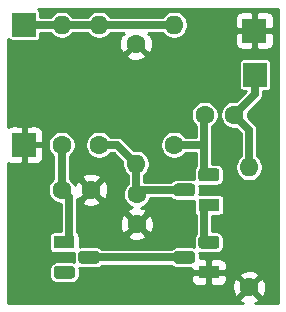
<source format=gbr>
G04 #@! TF.GenerationSoftware,KiCad,Pcbnew,(5.1.10)-1*
G04 #@! TF.CreationDate,2021-10-02T08:22:26-04:00*
G04 #@! TF.ProjectId,NoiseGen,4e6f6973-6547-4656-9e2e-6b696361645f,2*
G04 #@! TF.SameCoordinates,Original*
G04 #@! TF.FileFunction,Copper,L1,Top*
G04 #@! TF.FilePolarity,Positive*
%FSLAX46Y46*%
G04 Gerber Fmt 4.6, Leading zero omitted, Abs format (unit mm)*
G04 Created by KiCad (PCBNEW (5.1.10)-1) date 2021-10-02 08:22:26*
%MOMM*%
%LPD*%
G01*
G04 APERTURE LIST*
G04 #@! TA.AperFunction,ComponentPad*
%ADD10R,2.000000X2.000000*%
G04 #@! TD*
G04 #@! TA.AperFunction,ComponentPad*
%ADD11C,1.600000*%
G04 #@! TD*
G04 #@! TA.AperFunction,ComponentPad*
%ADD12R,1.800000X1.100000*%
G04 #@! TD*
G04 #@! TA.AperFunction,ComponentPad*
%ADD13O,1.600000X1.600000*%
G04 #@! TD*
G04 #@! TA.AperFunction,ViaPad*
%ADD14C,0.889000*%
G04 #@! TD*
G04 #@! TA.AperFunction,Conductor*
%ADD15C,0.635000*%
G04 #@! TD*
G04 #@! TA.AperFunction,Conductor*
%ADD16C,0.203200*%
G04 #@! TD*
G04 #@! TA.AperFunction,Conductor*
%ADD17C,0.254000*%
G04 #@! TD*
G04 #@! TA.AperFunction,Conductor*
%ADD18C,0.150000*%
G04 #@! TD*
G04 APERTURE END LIST*
D10*
X46248000Y-35978800D03*
D11*
X29865000Y-45732400D03*
X32365000Y-45732400D03*
X36240400Y-48613400D03*
X36240400Y-46113400D03*
X44470000Y-39382400D03*
X41970000Y-39382400D03*
D12*
X42330000Y-52717400D03*
G04 #@! TA.AperFunction,ComponentPad*
G36*
G01*
X42955000Y-50727400D02*
X41705000Y-50727400D01*
G75*
G02*
X41430000Y-50452400I0J275000D01*
G01*
X41430000Y-49902400D01*
G75*
G02*
X41705000Y-49627400I275000J0D01*
G01*
X42955000Y-49627400D01*
G75*
G02*
X43230000Y-49902400I0J-275000D01*
G01*
X43230000Y-50452400D01*
G75*
G02*
X42955000Y-50727400I-275000J0D01*
G01*
G37*
G04 #@! TD.AperFunction*
G04 #@! TA.AperFunction,ComponentPad*
G36*
G01*
X40885000Y-51997400D02*
X39635000Y-51997400D01*
G75*
G02*
X39360000Y-51722400I0J275000D01*
G01*
X39360000Y-51172400D01*
G75*
G02*
X39635000Y-50897400I275000J0D01*
G01*
X40885000Y-50897400D01*
G75*
G02*
X41160000Y-51172400I0J-275000D01*
G01*
X41160000Y-51722400D01*
G75*
G02*
X40885000Y-51997400I-275000J0D01*
G01*
G37*
G04 #@! TD.AperFunction*
G04 #@! TA.AperFunction,ComponentPad*
G36*
G01*
X40885000Y-46282400D02*
X39635000Y-46282400D01*
G75*
G02*
X39360000Y-46007400I0J275000D01*
G01*
X39360000Y-45457400D01*
G75*
G02*
X39635000Y-45182400I275000J0D01*
G01*
X40885000Y-45182400D01*
G75*
G02*
X41160000Y-45457400I0J-275000D01*
G01*
X41160000Y-46007400D01*
G75*
G02*
X40885000Y-46282400I-275000J0D01*
G01*
G37*
G04 #@! TD.AperFunction*
G04 #@! TA.AperFunction,ComponentPad*
G36*
G01*
X42955000Y-45012400D02*
X41705000Y-45012400D01*
G75*
G02*
X41430000Y-44737400I0J275000D01*
G01*
X41430000Y-44187400D01*
G75*
G02*
X41705000Y-43912400I275000J0D01*
G01*
X42955000Y-43912400D01*
G75*
G02*
X43230000Y-44187400I0J-275000D01*
G01*
X43230000Y-44737400D01*
G75*
G02*
X42955000Y-45012400I-275000J0D01*
G01*
G37*
G04 #@! TD.AperFunction*
X42330000Y-47002400D03*
G04 #@! TA.AperFunction,ComponentPad*
G36*
G01*
X31545000Y-50897400D02*
X32795000Y-50897400D01*
G75*
G02*
X33070000Y-51172400I0J-275000D01*
G01*
X33070000Y-51722400D01*
G75*
G02*
X32795000Y-51997400I-275000J0D01*
G01*
X31545000Y-51997400D01*
G75*
G02*
X31270000Y-51722400I0J275000D01*
G01*
X31270000Y-51172400D01*
G75*
G02*
X31545000Y-50897400I275000J0D01*
G01*
G37*
G04 #@! TD.AperFunction*
G04 #@! TA.AperFunction,ComponentPad*
G36*
G01*
X29475000Y-52167400D02*
X30725000Y-52167400D01*
G75*
G02*
X31000000Y-52442400I0J-275000D01*
G01*
X31000000Y-52992400D01*
G75*
G02*
X30725000Y-53267400I-275000J0D01*
G01*
X29475000Y-53267400D01*
G75*
G02*
X29200000Y-52992400I0J275000D01*
G01*
X29200000Y-52442400D01*
G75*
G02*
X29475000Y-52167400I275000J0D01*
G01*
G37*
G04 #@! TD.AperFunction*
X30100000Y-50177400D03*
D13*
X29865000Y-31762400D03*
D11*
X29865000Y-41922400D03*
X33040000Y-41922400D03*
D13*
X33040000Y-31762400D03*
X36164200Y-43522600D03*
D11*
X36164200Y-33362600D03*
X39390000Y-41922400D03*
D13*
X39390000Y-31762400D03*
D11*
X45740000Y-53987400D03*
D13*
X45740000Y-43827400D03*
D10*
X26690000Y-31762400D03*
X26690000Y-41922400D03*
X46197200Y-32245000D03*
D14*
X26791600Y-53784200D03*
X26791600Y-48145400D03*
X26766200Y-38468000D03*
X29560200Y-34962800D03*
X33014600Y-34835800D03*
X32938400Y-39077600D03*
X43454000Y-34023000D03*
X41726800Y-37045600D03*
X39339200Y-34912000D03*
X39339200Y-38849000D03*
X45841600Y-46799200D03*
X45714600Y-50964800D03*
X33268600Y-53962000D03*
X39517000Y-54266800D03*
X33065400Y-48450200D03*
X36138800Y-35928000D03*
X36164200Y-40449200D03*
X26842400Y-50964800D03*
X28061600Y-44462400D03*
X29865000Y-38976000D03*
X41625200Y-34912000D03*
X47111600Y-39738000D03*
D15*
X30500000Y-46367400D02*
X29865000Y-45732400D01*
X30500000Y-50177400D02*
X30500000Y-46367400D01*
X29865000Y-41922400D02*
X29865000Y-45732400D01*
D16*
X41930000Y-44462400D02*
X41930000Y-43827400D01*
X41930000Y-43827400D02*
X41970000Y-43787400D01*
X41930000Y-41922400D02*
X41970000Y-41962400D01*
X41970000Y-41962400D02*
X41970000Y-39382400D01*
X41970000Y-43787400D02*
X41970000Y-41962400D01*
D15*
X41930000Y-39422400D02*
X41970000Y-39382400D01*
X41930000Y-44462400D02*
X41930000Y-39422400D01*
X39390000Y-41922400D02*
X41930000Y-41922400D01*
X34564000Y-41922400D02*
X36164200Y-43522600D01*
X33040000Y-41922400D02*
X34564000Y-41922400D01*
X36621400Y-45732400D02*
X36240400Y-46113400D01*
X40660000Y-45732400D02*
X36621400Y-45732400D01*
X36164200Y-46037200D02*
X36240400Y-46113400D01*
X36164200Y-43522600D02*
X36164200Y-46037200D01*
X45740000Y-40652400D02*
X44470000Y-39382400D01*
X45740000Y-43827400D02*
X45740000Y-40652400D01*
X46248000Y-37604400D02*
X44470000Y-39382400D01*
X46248000Y-35978800D02*
X46248000Y-37604400D01*
X41930000Y-50177400D02*
X41930000Y-47002400D01*
X26690000Y-31762400D02*
X29865000Y-31762400D01*
X29865000Y-31762400D02*
X33040000Y-31762400D01*
X33040000Y-31762400D02*
X39390000Y-31762400D01*
X31770000Y-51447400D02*
X40660000Y-51447400D01*
D17*
X48216501Y-55320900D02*
X46272691Y-55320900D01*
X46356292Y-55291003D01*
X46481514Y-55224071D01*
X46553097Y-54980102D01*
X45740000Y-54167005D01*
X44926903Y-54980102D01*
X44998486Y-55224071D01*
X45203124Y-55320900D01*
X25356500Y-55320900D01*
X25356500Y-54057912D01*
X44299783Y-54057912D01*
X44341213Y-54337530D01*
X44436397Y-54603692D01*
X44503329Y-54728914D01*
X44747298Y-54800497D01*
X45560395Y-53987400D01*
X45919605Y-53987400D01*
X46732702Y-54800497D01*
X46976671Y-54728914D01*
X47097571Y-54473404D01*
X47166300Y-54199216D01*
X47180217Y-53916888D01*
X47138787Y-53637270D01*
X47043603Y-53371108D01*
X46976671Y-53245886D01*
X46732702Y-53174303D01*
X45919605Y-53987400D01*
X45560395Y-53987400D01*
X44747298Y-53174303D01*
X44503329Y-53245886D01*
X44382429Y-53501396D01*
X44313700Y-53775584D01*
X44299783Y-54057912D01*
X25356500Y-54057912D01*
X25356500Y-43464159D01*
X25445820Y-43511902D01*
X25565518Y-43548212D01*
X25690000Y-43560472D01*
X26404250Y-43557400D01*
X26563000Y-43398650D01*
X26563000Y-42049400D01*
X26817000Y-42049400D01*
X26817000Y-43398650D01*
X26975750Y-43557400D01*
X27690000Y-43560472D01*
X27814482Y-43548212D01*
X27934180Y-43511902D01*
X28044494Y-43452937D01*
X28141185Y-43373585D01*
X28220537Y-43276894D01*
X28279502Y-43166580D01*
X28315812Y-43046882D01*
X28328072Y-42922400D01*
X28325000Y-42208150D01*
X28166250Y-42049400D01*
X26817000Y-42049400D01*
X26563000Y-42049400D01*
X26543000Y-42049400D01*
X26543000Y-41806082D01*
X28684000Y-41806082D01*
X28684000Y-42038718D01*
X28729386Y-42266885D01*
X28818412Y-42481813D01*
X28947658Y-42675243D01*
X29112157Y-42839742D01*
X29166500Y-42876053D01*
X29166501Y-44778747D01*
X29112157Y-44815058D01*
X28947658Y-44979557D01*
X28818412Y-45172987D01*
X28729386Y-45387915D01*
X28684000Y-45616082D01*
X28684000Y-45848718D01*
X28729386Y-46076885D01*
X28818412Y-46291813D01*
X28947658Y-46485243D01*
X29112157Y-46649742D01*
X29305587Y-46778988D01*
X29520515Y-46868014D01*
X29748682Y-46913400D01*
X29801501Y-46913400D01*
X29801500Y-49244557D01*
X29200000Y-49244557D01*
X29125311Y-49251913D01*
X29053492Y-49273699D01*
X28987304Y-49309078D01*
X28929289Y-49356689D01*
X28881678Y-49414704D01*
X28846299Y-49480892D01*
X28824513Y-49552711D01*
X28817157Y-49627400D01*
X28817157Y-50727400D01*
X28824513Y-50802089D01*
X28846299Y-50873908D01*
X28881678Y-50940096D01*
X28929289Y-50998111D01*
X28987304Y-51045722D01*
X29053492Y-51081101D01*
X29125311Y-51102887D01*
X29200000Y-51110243D01*
X30893279Y-51110243D01*
X30887157Y-51172400D01*
X30887157Y-51722400D01*
X30895792Y-51810075D01*
X30853339Y-51797197D01*
X30725000Y-51784557D01*
X29475000Y-51784557D01*
X29346661Y-51797197D01*
X29223254Y-51834632D01*
X29109522Y-51895424D01*
X29009835Y-51977235D01*
X28928024Y-52076922D01*
X28867232Y-52190654D01*
X28829797Y-52314061D01*
X28817157Y-52442400D01*
X28817157Y-52992400D01*
X28829797Y-53120739D01*
X28867232Y-53244146D01*
X28928024Y-53357878D01*
X29009835Y-53457565D01*
X29109522Y-53539376D01*
X29223254Y-53600168D01*
X29346661Y-53637603D01*
X29475000Y-53650243D01*
X30725000Y-53650243D01*
X30853339Y-53637603D01*
X30976746Y-53600168D01*
X31090478Y-53539376D01*
X31190165Y-53457565D01*
X31271976Y-53357878D01*
X31320338Y-53267400D01*
X40791928Y-53267400D01*
X40804188Y-53391882D01*
X40840498Y-53511580D01*
X40899463Y-53621894D01*
X40978815Y-53718585D01*
X41075506Y-53797937D01*
X41185820Y-53856902D01*
X41305518Y-53893212D01*
X41430000Y-53905472D01*
X42044250Y-53902400D01*
X42203000Y-53743650D01*
X42203000Y-52844400D01*
X42457000Y-52844400D01*
X42457000Y-53743650D01*
X42615750Y-53902400D01*
X43230000Y-53905472D01*
X43354482Y-53893212D01*
X43474180Y-53856902D01*
X43584494Y-53797937D01*
X43681185Y-53718585D01*
X43760537Y-53621894D01*
X43819502Y-53511580D01*
X43855812Y-53391882D01*
X43868072Y-53267400D01*
X43865000Y-53003150D01*
X43856548Y-52994698D01*
X44926903Y-52994698D01*
X45740000Y-53807795D01*
X46553097Y-52994698D01*
X46481514Y-52750729D01*
X46226004Y-52629829D01*
X45951816Y-52561100D01*
X45669488Y-52547183D01*
X45389870Y-52588613D01*
X45123708Y-52683797D01*
X44998486Y-52750729D01*
X44926903Y-52994698D01*
X43856548Y-52994698D01*
X43706250Y-52844400D01*
X42457000Y-52844400D01*
X42203000Y-52844400D01*
X40953750Y-52844400D01*
X40795000Y-53003150D01*
X40791928Y-53267400D01*
X31320338Y-53267400D01*
X31332768Y-53244146D01*
X31370203Y-53120739D01*
X31382843Y-52992400D01*
X31382843Y-52442400D01*
X31374208Y-52354725D01*
X31416661Y-52367603D01*
X31545000Y-52380243D01*
X32795000Y-52380243D01*
X32923339Y-52367603D01*
X33046746Y-52330168D01*
X33160478Y-52269376D01*
X33260165Y-52187565D01*
X33294359Y-52145900D01*
X39135641Y-52145900D01*
X39169835Y-52187565D01*
X39269522Y-52269376D01*
X39383254Y-52330168D01*
X39506661Y-52367603D01*
X39635000Y-52380243D01*
X40794402Y-52380243D01*
X40795000Y-52431650D01*
X40953750Y-52590400D01*
X42203000Y-52590400D01*
X42203000Y-51691150D01*
X42457000Y-51691150D01*
X42457000Y-52590400D01*
X43706250Y-52590400D01*
X43865000Y-52431650D01*
X43868072Y-52167400D01*
X43855812Y-52042918D01*
X43819502Y-51923220D01*
X43760537Y-51812906D01*
X43681185Y-51716215D01*
X43584494Y-51636863D01*
X43474180Y-51577898D01*
X43354482Y-51541588D01*
X43230000Y-51529328D01*
X42615750Y-51532400D01*
X42457000Y-51691150D01*
X42203000Y-51691150D01*
X42044250Y-51532400D01*
X41542843Y-51529892D01*
X41542843Y-51172400D01*
X41534208Y-51084725D01*
X41576661Y-51097603D01*
X41705000Y-51110243D01*
X42955000Y-51110243D01*
X43083339Y-51097603D01*
X43206746Y-51060168D01*
X43320478Y-50999376D01*
X43420165Y-50917565D01*
X43501976Y-50817878D01*
X43562768Y-50704146D01*
X43600203Y-50580739D01*
X43612843Y-50452400D01*
X43612843Y-49902400D01*
X43600203Y-49774061D01*
X43562768Y-49650654D01*
X43501976Y-49536922D01*
X43420165Y-49437235D01*
X43320478Y-49355424D01*
X43206746Y-49294632D01*
X43083339Y-49257197D01*
X42955000Y-49244557D01*
X42628500Y-49244557D01*
X42628500Y-47935243D01*
X43230000Y-47935243D01*
X43304689Y-47927887D01*
X43376508Y-47906101D01*
X43442696Y-47870722D01*
X43500711Y-47823111D01*
X43548322Y-47765096D01*
X43583701Y-47698908D01*
X43605487Y-47627089D01*
X43612843Y-47552400D01*
X43612843Y-46452400D01*
X43605487Y-46377711D01*
X43583701Y-46305892D01*
X43548322Y-46239704D01*
X43500711Y-46181689D01*
X43442696Y-46134078D01*
X43376508Y-46098699D01*
X43304689Y-46076913D01*
X43230000Y-46069557D01*
X41536721Y-46069557D01*
X41542843Y-46007400D01*
X41542843Y-45457400D01*
X41534208Y-45369725D01*
X41576661Y-45382603D01*
X41705000Y-45395243D01*
X42955000Y-45395243D01*
X43083339Y-45382603D01*
X43206746Y-45345168D01*
X43320478Y-45284376D01*
X43420165Y-45202565D01*
X43501976Y-45102878D01*
X43562768Y-44989146D01*
X43600203Y-44865739D01*
X43612843Y-44737400D01*
X43612843Y-44187400D01*
X43600203Y-44059061D01*
X43562768Y-43935654D01*
X43501976Y-43821922D01*
X43420165Y-43722235D01*
X43320478Y-43640424D01*
X43206746Y-43579632D01*
X43083339Y-43542197D01*
X42955000Y-43529557D01*
X42628500Y-43529557D01*
X42628500Y-41956709D01*
X42631879Y-41922400D01*
X42628500Y-41888091D01*
X42628500Y-40362780D01*
X42722843Y-40299742D01*
X42887342Y-40135243D01*
X43016588Y-39941813D01*
X43105614Y-39726885D01*
X43151000Y-39498718D01*
X43151000Y-39266082D01*
X43289000Y-39266082D01*
X43289000Y-39498718D01*
X43334386Y-39726885D01*
X43423412Y-39941813D01*
X43552658Y-40135243D01*
X43717157Y-40299742D01*
X43910587Y-40428988D01*
X44125515Y-40518014D01*
X44353682Y-40563400D01*
X44586318Y-40563400D01*
X44650421Y-40550649D01*
X45041501Y-40941730D01*
X45041500Y-42873747D01*
X44987157Y-42910058D01*
X44822658Y-43074557D01*
X44693412Y-43267987D01*
X44604386Y-43482915D01*
X44559000Y-43711082D01*
X44559000Y-43943718D01*
X44604386Y-44171885D01*
X44693412Y-44386813D01*
X44822658Y-44580243D01*
X44987157Y-44744742D01*
X45180587Y-44873988D01*
X45395515Y-44963014D01*
X45623682Y-45008400D01*
X45856318Y-45008400D01*
X46084485Y-44963014D01*
X46299413Y-44873988D01*
X46492843Y-44744742D01*
X46657342Y-44580243D01*
X46786588Y-44386813D01*
X46875614Y-44171885D01*
X46921000Y-43943718D01*
X46921000Y-43711082D01*
X46875614Y-43482915D01*
X46786588Y-43267987D01*
X46657342Y-43074557D01*
X46492843Y-42910058D01*
X46438500Y-42873747D01*
X46438500Y-40686697D01*
X46441878Y-40652399D01*
X46438500Y-40618101D01*
X46438500Y-40618091D01*
X46428393Y-40515470D01*
X46388452Y-40383803D01*
X46361243Y-40332898D01*
X46323591Y-40262456D01*
X46258174Y-40182745D01*
X46258166Y-40182737D01*
X46236303Y-40156097D01*
X46209662Y-40134233D01*
X45638249Y-39562821D01*
X45651000Y-39498718D01*
X45651000Y-39266082D01*
X45638249Y-39201979D01*
X46717657Y-38122571D01*
X46744303Y-38100703D01*
X46766171Y-38074057D01*
X46766174Y-38074054D01*
X46831591Y-37994344D01*
X46896451Y-37872998D01*
X46896452Y-37872997D01*
X46936393Y-37741330D01*
X46946500Y-37638709D01*
X46946500Y-37638698D01*
X46949878Y-37604400D01*
X46946500Y-37570102D01*
X46946500Y-37361643D01*
X47248000Y-37361643D01*
X47322689Y-37354287D01*
X47394508Y-37332501D01*
X47460696Y-37297122D01*
X47518711Y-37249511D01*
X47566322Y-37191496D01*
X47601701Y-37125308D01*
X47623487Y-37053489D01*
X47630843Y-36978800D01*
X47630843Y-34978800D01*
X47623487Y-34904111D01*
X47601701Y-34832292D01*
X47566322Y-34766104D01*
X47518711Y-34708089D01*
X47460696Y-34660478D01*
X47394508Y-34625099D01*
X47322689Y-34603313D01*
X47248000Y-34595957D01*
X45248000Y-34595957D01*
X45173311Y-34603313D01*
X45101492Y-34625099D01*
X45035304Y-34660478D01*
X44977289Y-34708089D01*
X44929678Y-34766104D01*
X44894299Y-34832292D01*
X44872513Y-34904111D01*
X44865157Y-34978800D01*
X44865157Y-36978800D01*
X44872513Y-37053489D01*
X44894299Y-37125308D01*
X44929678Y-37191496D01*
X44977289Y-37249511D01*
X45035304Y-37297122D01*
X45101492Y-37332501D01*
X45173311Y-37354287D01*
X45248000Y-37361643D01*
X45502929Y-37361643D01*
X44650421Y-38214151D01*
X44586318Y-38201400D01*
X44353682Y-38201400D01*
X44125515Y-38246786D01*
X43910587Y-38335812D01*
X43717157Y-38465058D01*
X43552658Y-38629557D01*
X43423412Y-38822987D01*
X43334386Y-39037915D01*
X43289000Y-39266082D01*
X43151000Y-39266082D01*
X43105614Y-39037915D01*
X43016588Y-38822987D01*
X42887342Y-38629557D01*
X42722843Y-38465058D01*
X42529413Y-38335812D01*
X42314485Y-38246786D01*
X42086318Y-38201400D01*
X41853682Y-38201400D01*
X41625515Y-38246786D01*
X41410587Y-38335812D01*
X41217157Y-38465058D01*
X41052658Y-38629557D01*
X40923412Y-38822987D01*
X40834386Y-39037915D01*
X40789000Y-39266082D01*
X40789000Y-39498718D01*
X40834386Y-39726885D01*
X40923412Y-39941813D01*
X41052658Y-40135243D01*
X41217157Y-40299742D01*
X41231501Y-40309326D01*
X41231501Y-41223900D01*
X40343653Y-41223900D01*
X40307342Y-41169557D01*
X40142843Y-41005058D01*
X39949413Y-40875812D01*
X39734485Y-40786786D01*
X39506318Y-40741400D01*
X39273682Y-40741400D01*
X39045515Y-40786786D01*
X38830587Y-40875812D01*
X38637157Y-41005058D01*
X38472658Y-41169557D01*
X38343412Y-41362987D01*
X38254386Y-41577915D01*
X38209000Y-41806082D01*
X38209000Y-42038718D01*
X38254386Y-42266885D01*
X38343412Y-42481813D01*
X38472658Y-42675243D01*
X38637157Y-42839742D01*
X38830587Y-42968988D01*
X39045515Y-43058014D01*
X39273682Y-43103400D01*
X39506318Y-43103400D01*
X39734485Y-43058014D01*
X39949413Y-42968988D01*
X40142843Y-42839742D01*
X40307342Y-42675243D01*
X40343653Y-42620900D01*
X41231500Y-42620900D01*
X41231500Y-43732391D01*
X41158024Y-43821922D01*
X41097232Y-43935654D01*
X41059797Y-44059061D01*
X41047157Y-44187400D01*
X41047157Y-44737400D01*
X41055792Y-44825075D01*
X41013339Y-44812197D01*
X40885000Y-44799557D01*
X39635000Y-44799557D01*
X39506661Y-44812197D01*
X39383254Y-44849632D01*
X39269522Y-44910424D01*
X39169835Y-44992235D01*
X39135641Y-45033900D01*
X36862700Y-45033900D01*
X36862700Y-44476253D01*
X36917043Y-44439942D01*
X37081542Y-44275443D01*
X37210788Y-44082013D01*
X37299814Y-43867085D01*
X37345200Y-43638918D01*
X37345200Y-43406282D01*
X37299814Y-43178115D01*
X37210788Y-42963187D01*
X37081542Y-42769757D01*
X36917043Y-42605258D01*
X36723613Y-42476012D01*
X36508685Y-42386986D01*
X36280518Y-42341600D01*
X36047882Y-42341600D01*
X35983779Y-42354351D01*
X35082175Y-41452748D01*
X35060303Y-41426097D01*
X34953943Y-41338809D01*
X34832597Y-41273948D01*
X34700930Y-41234007D01*
X34598309Y-41223900D01*
X34598298Y-41223900D01*
X34564000Y-41220522D01*
X34529702Y-41223900D01*
X33993653Y-41223900D01*
X33957342Y-41169557D01*
X33792843Y-41005058D01*
X33599413Y-40875812D01*
X33384485Y-40786786D01*
X33156318Y-40741400D01*
X32923682Y-40741400D01*
X32695515Y-40786786D01*
X32480587Y-40875812D01*
X32287157Y-41005058D01*
X32122658Y-41169557D01*
X31993412Y-41362987D01*
X31904386Y-41577915D01*
X31859000Y-41806082D01*
X31859000Y-42038718D01*
X31904386Y-42266885D01*
X31993412Y-42481813D01*
X32122658Y-42675243D01*
X32287157Y-42839742D01*
X32480587Y-42968988D01*
X32695515Y-43058014D01*
X32923682Y-43103400D01*
X33156318Y-43103400D01*
X33384485Y-43058014D01*
X33599413Y-42968988D01*
X33792843Y-42839742D01*
X33957342Y-42675243D01*
X33993653Y-42620900D01*
X34274673Y-42620900D01*
X34995951Y-43342179D01*
X34983200Y-43406282D01*
X34983200Y-43638918D01*
X35028586Y-43867085D01*
X35117612Y-44082013D01*
X35246858Y-44275443D01*
X35411357Y-44439942D01*
X35465700Y-44476253D01*
X35465701Y-45217914D01*
X35323058Y-45360557D01*
X35193812Y-45553987D01*
X35104786Y-45768915D01*
X35059400Y-45997082D01*
X35059400Y-46229718D01*
X35104786Y-46457885D01*
X35193812Y-46672813D01*
X35323058Y-46866243D01*
X35487557Y-47030742D01*
X35680987Y-47159988D01*
X35848729Y-47229469D01*
X35624108Y-47309797D01*
X35498886Y-47376729D01*
X35427303Y-47620698D01*
X36240400Y-48433795D01*
X37053497Y-47620698D01*
X36981914Y-47376729D01*
X36726404Y-47255829D01*
X36627989Y-47231160D01*
X36799813Y-47159988D01*
X36993243Y-47030742D01*
X37157742Y-46866243D01*
X37286988Y-46672813D01*
X37376014Y-46457885D01*
X37381382Y-46430900D01*
X39135641Y-46430900D01*
X39169835Y-46472565D01*
X39269522Y-46554376D01*
X39383254Y-46615168D01*
X39506661Y-46652603D01*
X39635000Y-46665243D01*
X40885000Y-46665243D01*
X41013339Y-46652603D01*
X41047157Y-46642344D01*
X41047157Y-47552400D01*
X41054513Y-47627089D01*
X41076299Y-47698908D01*
X41111678Y-47765096D01*
X41159289Y-47823111D01*
X41217304Y-47870722D01*
X41231501Y-47878310D01*
X41231500Y-49447391D01*
X41158024Y-49536922D01*
X41097232Y-49650654D01*
X41059797Y-49774061D01*
X41047157Y-49902400D01*
X41047157Y-50452400D01*
X41055792Y-50540075D01*
X41013339Y-50527197D01*
X40885000Y-50514557D01*
X39635000Y-50514557D01*
X39506661Y-50527197D01*
X39383254Y-50564632D01*
X39269522Y-50625424D01*
X39169835Y-50707235D01*
X39135641Y-50748900D01*
X33294359Y-50748900D01*
X33260165Y-50707235D01*
X33160478Y-50625424D01*
X33046746Y-50564632D01*
X32923339Y-50527197D01*
X32795000Y-50514557D01*
X31545000Y-50514557D01*
X31416661Y-50527197D01*
X31382843Y-50537456D01*
X31382843Y-49627400D01*
X31380746Y-49606102D01*
X35427303Y-49606102D01*
X35498886Y-49850071D01*
X35754396Y-49970971D01*
X36028584Y-50039700D01*
X36310912Y-50053617D01*
X36590530Y-50012187D01*
X36856692Y-49917003D01*
X36981914Y-49850071D01*
X37053497Y-49606102D01*
X36240400Y-48793005D01*
X35427303Y-49606102D01*
X31380746Y-49606102D01*
X31375487Y-49552711D01*
X31353701Y-49480892D01*
X31318322Y-49414704D01*
X31270711Y-49356689D01*
X31212696Y-49309078D01*
X31198500Y-49301490D01*
X31198500Y-48683912D01*
X34800183Y-48683912D01*
X34841613Y-48963530D01*
X34936797Y-49229692D01*
X35003729Y-49354914D01*
X35247698Y-49426497D01*
X36060795Y-48613400D01*
X36420005Y-48613400D01*
X37233102Y-49426497D01*
X37477071Y-49354914D01*
X37597971Y-49099404D01*
X37666700Y-48825216D01*
X37680617Y-48542888D01*
X37639187Y-48263270D01*
X37544003Y-47997108D01*
X37477071Y-47871886D01*
X37233102Y-47800303D01*
X36420005Y-48613400D01*
X36060795Y-48613400D01*
X35247698Y-47800303D01*
X35003729Y-47871886D01*
X34882829Y-48127396D01*
X34814100Y-48401584D01*
X34800183Y-48683912D01*
X31198500Y-48683912D01*
X31198500Y-46725102D01*
X31551903Y-46725102D01*
X31623486Y-46969071D01*
X31878996Y-47089971D01*
X32153184Y-47158700D01*
X32435512Y-47172617D01*
X32715130Y-47131187D01*
X32981292Y-47036003D01*
X33106514Y-46969071D01*
X33178097Y-46725102D01*
X32365000Y-45912005D01*
X31551903Y-46725102D01*
X31198500Y-46725102D01*
X31198500Y-46494503D01*
X31372298Y-46545497D01*
X32185395Y-45732400D01*
X32544605Y-45732400D01*
X33357702Y-46545497D01*
X33601671Y-46473914D01*
X33722571Y-46218404D01*
X33791300Y-45944216D01*
X33805217Y-45661888D01*
X33763787Y-45382270D01*
X33668603Y-45116108D01*
X33601671Y-44990886D01*
X33357702Y-44919303D01*
X32544605Y-45732400D01*
X32185395Y-45732400D01*
X31372298Y-44919303D01*
X31128329Y-44990886D01*
X31007429Y-45246396D01*
X30982760Y-45344811D01*
X30911588Y-45172987D01*
X30782342Y-44979557D01*
X30617843Y-44815058D01*
X30563500Y-44778747D01*
X30563500Y-44739698D01*
X31551903Y-44739698D01*
X32365000Y-45552795D01*
X33178097Y-44739698D01*
X33106514Y-44495729D01*
X32851004Y-44374829D01*
X32576816Y-44306100D01*
X32294488Y-44292183D01*
X32014870Y-44333613D01*
X31748708Y-44428797D01*
X31623486Y-44495729D01*
X31551903Y-44739698D01*
X30563500Y-44739698D01*
X30563500Y-42876053D01*
X30617843Y-42839742D01*
X30782342Y-42675243D01*
X30911588Y-42481813D01*
X31000614Y-42266885D01*
X31046000Y-42038718D01*
X31046000Y-41806082D01*
X31000614Y-41577915D01*
X30911588Y-41362987D01*
X30782342Y-41169557D01*
X30617843Y-41005058D01*
X30424413Y-40875812D01*
X30209485Y-40786786D01*
X29981318Y-40741400D01*
X29748682Y-40741400D01*
X29520515Y-40786786D01*
X29305587Y-40875812D01*
X29112157Y-41005058D01*
X28947658Y-41169557D01*
X28818412Y-41362987D01*
X28729386Y-41577915D01*
X28684000Y-41806082D01*
X26543000Y-41806082D01*
X26543000Y-41795400D01*
X26563000Y-41795400D01*
X26563000Y-40446150D01*
X26817000Y-40446150D01*
X26817000Y-41795400D01*
X28166250Y-41795400D01*
X28325000Y-41636650D01*
X28328072Y-40922400D01*
X28315812Y-40797918D01*
X28279502Y-40678220D01*
X28220537Y-40567906D01*
X28141185Y-40471215D01*
X28044494Y-40391863D01*
X27934180Y-40332898D01*
X27814482Y-40296588D01*
X27690000Y-40284328D01*
X26975750Y-40287400D01*
X26817000Y-40446150D01*
X26563000Y-40446150D01*
X26404250Y-40287400D01*
X25690000Y-40284328D01*
X25565518Y-40296588D01*
X25445820Y-40332898D01*
X25356500Y-40380641D01*
X25356500Y-34355302D01*
X35351103Y-34355302D01*
X35422686Y-34599271D01*
X35678196Y-34720171D01*
X35952384Y-34788900D01*
X36234712Y-34802817D01*
X36514330Y-34761387D01*
X36780492Y-34666203D01*
X36905714Y-34599271D01*
X36977297Y-34355302D01*
X36164200Y-33542205D01*
X35351103Y-34355302D01*
X25356500Y-34355302D01*
X25356500Y-32946701D01*
X25371678Y-32975096D01*
X25419289Y-33033111D01*
X25477304Y-33080722D01*
X25543492Y-33116101D01*
X25615311Y-33137887D01*
X25690000Y-33145243D01*
X27690000Y-33145243D01*
X27764689Y-33137887D01*
X27836508Y-33116101D01*
X27902696Y-33080722D01*
X27960711Y-33033111D01*
X28008322Y-32975096D01*
X28043701Y-32908908D01*
X28065487Y-32837089D01*
X28072843Y-32762400D01*
X28072843Y-32460900D01*
X28911347Y-32460900D01*
X28947658Y-32515243D01*
X29112157Y-32679742D01*
X29305587Y-32808988D01*
X29520515Y-32898014D01*
X29748682Y-32943400D01*
X29981318Y-32943400D01*
X30209485Y-32898014D01*
X30424413Y-32808988D01*
X30617843Y-32679742D01*
X30782342Y-32515243D01*
X30818653Y-32460900D01*
X32086347Y-32460900D01*
X32122658Y-32515243D01*
X32287157Y-32679742D01*
X32480587Y-32808988D01*
X32695515Y-32898014D01*
X32923682Y-32943400D01*
X33156318Y-32943400D01*
X33384485Y-32898014D01*
X33599413Y-32808988D01*
X33792843Y-32679742D01*
X33957342Y-32515243D01*
X33993653Y-32460900D01*
X35082893Y-32460900D01*
X35171496Y-32549503D01*
X34927529Y-32621086D01*
X34806629Y-32876596D01*
X34737900Y-33150784D01*
X34723983Y-33433112D01*
X34765413Y-33712730D01*
X34860597Y-33978892D01*
X34927529Y-34104114D01*
X35171498Y-34175697D01*
X35984595Y-33362600D01*
X35970453Y-33348458D01*
X36150058Y-33168853D01*
X36164200Y-33182995D01*
X36178343Y-33168853D01*
X36357948Y-33348458D01*
X36343805Y-33362600D01*
X37156902Y-34175697D01*
X37400871Y-34104114D01*
X37521771Y-33848604D01*
X37590500Y-33574416D01*
X37604417Y-33292088D01*
X37597441Y-33245000D01*
X44559128Y-33245000D01*
X44571388Y-33369482D01*
X44607698Y-33489180D01*
X44666663Y-33599494D01*
X44746015Y-33696185D01*
X44842706Y-33775537D01*
X44953020Y-33834502D01*
X45072718Y-33870812D01*
X45197200Y-33883072D01*
X45911450Y-33880000D01*
X46070200Y-33721250D01*
X46070200Y-32372000D01*
X46324200Y-32372000D01*
X46324200Y-33721250D01*
X46482950Y-33880000D01*
X47197200Y-33883072D01*
X47321682Y-33870812D01*
X47441380Y-33834502D01*
X47551694Y-33775537D01*
X47648385Y-33696185D01*
X47727737Y-33599494D01*
X47786702Y-33489180D01*
X47823012Y-33369482D01*
X47835272Y-33245000D01*
X47832200Y-32530750D01*
X47673450Y-32372000D01*
X46324200Y-32372000D01*
X46070200Y-32372000D01*
X44720950Y-32372000D01*
X44562200Y-32530750D01*
X44559128Y-33245000D01*
X37597441Y-33245000D01*
X37562987Y-33012470D01*
X37467803Y-32746308D01*
X37400871Y-32621086D01*
X37156904Y-32549503D01*
X37245507Y-32460900D01*
X38436347Y-32460900D01*
X38472658Y-32515243D01*
X38637157Y-32679742D01*
X38830587Y-32808988D01*
X39045515Y-32898014D01*
X39273682Y-32943400D01*
X39506318Y-32943400D01*
X39734485Y-32898014D01*
X39949413Y-32808988D01*
X40142843Y-32679742D01*
X40307342Y-32515243D01*
X40436588Y-32321813D01*
X40525614Y-32106885D01*
X40571000Y-31878718D01*
X40571000Y-31646082D01*
X40525614Y-31417915D01*
X40453991Y-31245000D01*
X44559128Y-31245000D01*
X44562200Y-31959250D01*
X44720950Y-32118000D01*
X46070200Y-32118000D01*
X46070200Y-30768750D01*
X46324200Y-30768750D01*
X46324200Y-32118000D01*
X47673450Y-32118000D01*
X47832200Y-31959250D01*
X47835272Y-31245000D01*
X47823012Y-31120518D01*
X47786702Y-31000820D01*
X47727737Y-30890506D01*
X47648385Y-30793815D01*
X47551694Y-30714463D01*
X47441380Y-30655498D01*
X47321682Y-30619188D01*
X47197200Y-30606928D01*
X46482950Y-30610000D01*
X46324200Y-30768750D01*
X46070200Y-30768750D01*
X45911450Y-30610000D01*
X45197200Y-30606928D01*
X45072718Y-30619188D01*
X44953020Y-30655498D01*
X44842706Y-30714463D01*
X44746015Y-30793815D01*
X44666663Y-30890506D01*
X44607698Y-31000820D01*
X44571388Y-31120518D01*
X44559128Y-31245000D01*
X40453991Y-31245000D01*
X40436588Y-31202987D01*
X40307342Y-31009557D01*
X40142843Y-30845058D01*
X39949413Y-30715812D01*
X39734485Y-30626786D01*
X39506318Y-30581400D01*
X39273682Y-30581400D01*
X39045515Y-30626786D01*
X38830587Y-30715812D01*
X38637157Y-30845058D01*
X38472658Y-31009557D01*
X38436347Y-31063900D01*
X33993653Y-31063900D01*
X33957342Y-31009557D01*
X33792843Y-30845058D01*
X33599413Y-30715812D01*
X33384485Y-30626786D01*
X33156318Y-30581400D01*
X32923682Y-30581400D01*
X32695515Y-30626786D01*
X32480587Y-30715812D01*
X32287157Y-30845058D01*
X32122658Y-31009557D01*
X32086347Y-31063900D01*
X30818653Y-31063900D01*
X30782342Y-31009557D01*
X30617843Y-30845058D01*
X30424413Y-30715812D01*
X30209485Y-30626786D01*
X29981318Y-30581400D01*
X29748682Y-30581400D01*
X29520515Y-30626786D01*
X29305587Y-30715812D01*
X29112157Y-30845058D01*
X28947658Y-31009557D01*
X28911347Y-31063900D01*
X28072843Y-31063900D01*
X28072843Y-30762400D01*
X28065487Y-30687711D01*
X28043701Y-30615892D01*
X28008322Y-30549704D01*
X27960711Y-30491689D01*
X27902696Y-30444078D01*
X27874301Y-30428900D01*
X48216500Y-30428900D01*
X48216501Y-55320900D01*
G04 #@! TA.AperFunction,Conductor*
D18*
G36*
X48216501Y-55320900D02*
G01*
X46272691Y-55320900D01*
X46356292Y-55291003D01*
X46481514Y-55224071D01*
X46553097Y-54980102D01*
X45740000Y-54167005D01*
X44926903Y-54980102D01*
X44998486Y-55224071D01*
X45203124Y-55320900D01*
X25356500Y-55320900D01*
X25356500Y-54057912D01*
X44299783Y-54057912D01*
X44341213Y-54337530D01*
X44436397Y-54603692D01*
X44503329Y-54728914D01*
X44747298Y-54800497D01*
X45560395Y-53987400D01*
X45919605Y-53987400D01*
X46732702Y-54800497D01*
X46976671Y-54728914D01*
X47097571Y-54473404D01*
X47166300Y-54199216D01*
X47180217Y-53916888D01*
X47138787Y-53637270D01*
X47043603Y-53371108D01*
X46976671Y-53245886D01*
X46732702Y-53174303D01*
X45919605Y-53987400D01*
X45560395Y-53987400D01*
X44747298Y-53174303D01*
X44503329Y-53245886D01*
X44382429Y-53501396D01*
X44313700Y-53775584D01*
X44299783Y-54057912D01*
X25356500Y-54057912D01*
X25356500Y-43464159D01*
X25445820Y-43511902D01*
X25565518Y-43548212D01*
X25690000Y-43560472D01*
X26404250Y-43557400D01*
X26563000Y-43398650D01*
X26563000Y-42049400D01*
X26817000Y-42049400D01*
X26817000Y-43398650D01*
X26975750Y-43557400D01*
X27690000Y-43560472D01*
X27814482Y-43548212D01*
X27934180Y-43511902D01*
X28044494Y-43452937D01*
X28141185Y-43373585D01*
X28220537Y-43276894D01*
X28279502Y-43166580D01*
X28315812Y-43046882D01*
X28328072Y-42922400D01*
X28325000Y-42208150D01*
X28166250Y-42049400D01*
X26817000Y-42049400D01*
X26563000Y-42049400D01*
X26543000Y-42049400D01*
X26543000Y-41806082D01*
X28684000Y-41806082D01*
X28684000Y-42038718D01*
X28729386Y-42266885D01*
X28818412Y-42481813D01*
X28947658Y-42675243D01*
X29112157Y-42839742D01*
X29166500Y-42876053D01*
X29166501Y-44778747D01*
X29112157Y-44815058D01*
X28947658Y-44979557D01*
X28818412Y-45172987D01*
X28729386Y-45387915D01*
X28684000Y-45616082D01*
X28684000Y-45848718D01*
X28729386Y-46076885D01*
X28818412Y-46291813D01*
X28947658Y-46485243D01*
X29112157Y-46649742D01*
X29305587Y-46778988D01*
X29520515Y-46868014D01*
X29748682Y-46913400D01*
X29801501Y-46913400D01*
X29801500Y-49244557D01*
X29200000Y-49244557D01*
X29125311Y-49251913D01*
X29053492Y-49273699D01*
X28987304Y-49309078D01*
X28929289Y-49356689D01*
X28881678Y-49414704D01*
X28846299Y-49480892D01*
X28824513Y-49552711D01*
X28817157Y-49627400D01*
X28817157Y-50727400D01*
X28824513Y-50802089D01*
X28846299Y-50873908D01*
X28881678Y-50940096D01*
X28929289Y-50998111D01*
X28987304Y-51045722D01*
X29053492Y-51081101D01*
X29125311Y-51102887D01*
X29200000Y-51110243D01*
X30893279Y-51110243D01*
X30887157Y-51172400D01*
X30887157Y-51722400D01*
X30895792Y-51810075D01*
X30853339Y-51797197D01*
X30725000Y-51784557D01*
X29475000Y-51784557D01*
X29346661Y-51797197D01*
X29223254Y-51834632D01*
X29109522Y-51895424D01*
X29009835Y-51977235D01*
X28928024Y-52076922D01*
X28867232Y-52190654D01*
X28829797Y-52314061D01*
X28817157Y-52442400D01*
X28817157Y-52992400D01*
X28829797Y-53120739D01*
X28867232Y-53244146D01*
X28928024Y-53357878D01*
X29009835Y-53457565D01*
X29109522Y-53539376D01*
X29223254Y-53600168D01*
X29346661Y-53637603D01*
X29475000Y-53650243D01*
X30725000Y-53650243D01*
X30853339Y-53637603D01*
X30976746Y-53600168D01*
X31090478Y-53539376D01*
X31190165Y-53457565D01*
X31271976Y-53357878D01*
X31320338Y-53267400D01*
X40791928Y-53267400D01*
X40804188Y-53391882D01*
X40840498Y-53511580D01*
X40899463Y-53621894D01*
X40978815Y-53718585D01*
X41075506Y-53797937D01*
X41185820Y-53856902D01*
X41305518Y-53893212D01*
X41430000Y-53905472D01*
X42044250Y-53902400D01*
X42203000Y-53743650D01*
X42203000Y-52844400D01*
X42457000Y-52844400D01*
X42457000Y-53743650D01*
X42615750Y-53902400D01*
X43230000Y-53905472D01*
X43354482Y-53893212D01*
X43474180Y-53856902D01*
X43584494Y-53797937D01*
X43681185Y-53718585D01*
X43760537Y-53621894D01*
X43819502Y-53511580D01*
X43855812Y-53391882D01*
X43868072Y-53267400D01*
X43865000Y-53003150D01*
X43856548Y-52994698D01*
X44926903Y-52994698D01*
X45740000Y-53807795D01*
X46553097Y-52994698D01*
X46481514Y-52750729D01*
X46226004Y-52629829D01*
X45951816Y-52561100D01*
X45669488Y-52547183D01*
X45389870Y-52588613D01*
X45123708Y-52683797D01*
X44998486Y-52750729D01*
X44926903Y-52994698D01*
X43856548Y-52994698D01*
X43706250Y-52844400D01*
X42457000Y-52844400D01*
X42203000Y-52844400D01*
X40953750Y-52844400D01*
X40795000Y-53003150D01*
X40791928Y-53267400D01*
X31320338Y-53267400D01*
X31332768Y-53244146D01*
X31370203Y-53120739D01*
X31382843Y-52992400D01*
X31382843Y-52442400D01*
X31374208Y-52354725D01*
X31416661Y-52367603D01*
X31545000Y-52380243D01*
X32795000Y-52380243D01*
X32923339Y-52367603D01*
X33046746Y-52330168D01*
X33160478Y-52269376D01*
X33260165Y-52187565D01*
X33294359Y-52145900D01*
X39135641Y-52145900D01*
X39169835Y-52187565D01*
X39269522Y-52269376D01*
X39383254Y-52330168D01*
X39506661Y-52367603D01*
X39635000Y-52380243D01*
X40794402Y-52380243D01*
X40795000Y-52431650D01*
X40953750Y-52590400D01*
X42203000Y-52590400D01*
X42203000Y-51691150D01*
X42457000Y-51691150D01*
X42457000Y-52590400D01*
X43706250Y-52590400D01*
X43865000Y-52431650D01*
X43868072Y-52167400D01*
X43855812Y-52042918D01*
X43819502Y-51923220D01*
X43760537Y-51812906D01*
X43681185Y-51716215D01*
X43584494Y-51636863D01*
X43474180Y-51577898D01*
X43354482Y-51541588D01*
X43230000Y-51529328D01*
X42615750Y-51532400D01*
X42457000Y-51691150D01*
X42203000Y-51691150D01*
X42044250Y-51532400D01*
X41542843Y-51529892D01*
X41542843Y-51172400D01*
X41534208Y-51084725D01*
X41576661Y-51097603D01*
X41705000Y-51110243D01*
X42955000Y-51110243D01*
X43083339Y-51097603D01*
X43206746Y-51060168D01*
X43320478Y-50999376D01*
X43420165Y-50917565D01*
X43501976Y-50817878D01*
X43562768Y-50704146D01*
X43600203Y-50580739D01*
X43612843Y-50452400D01*
X43612843Y-49902400D01*
X43600203Y-49774061D01*
X43562768Y-49650654D01*
X43501976Y-49536922D01*
X43420165Y-49437235D01*
X43320478Y-49355424D01*
X43206746Y-49294632D01*
X43083339Y-49257197D01*
X42955000Y-49244557D01*
X42628500Y-49244557D01*
X42628500Y-47935243D01*
X43230000Y-47935243D01*
X43304689Y-47927887D01*
X43376508Y-47906101D01*
X43442696Y-47870722D01*
X43500711Y-47823111D01*
X43548322Y-47765096D01*
X43583701Y-47698908D01*
X43605487Y-47627089D01*
X43612843Y-47552400D01*
X43612843Y-46452400D01*
X43605487Y-46377711D01*
X43583701Y-46305892D01*
X43548322Y-46239704D01*
X43500711Y-46181689D01*
X43442696Y-46134078D01*
X43376508Y-46098699D01*
X43304689Y-46076913D01*
X43230000Y-46069557D01*
X41536721Y-46069557D01*
X41542843Y-46007400D01*
X41542843Y-45457400D01*
X41534208Y-45369725D01*
X41576661Y-45382603D01*
X41705000Y-45395243D01*
X42955000Y-45395243D01*
X43083339Y-45382603D01*
X43206746Y-45345168D01*
X43320478Y-45284376D01*
X43420165Y-45202565D01*
X43501976Y-45102878D01*
X43562768Y-44989146D01*
X43600203Y-44865739D01*
X43612843Y-44737400D01*
X43612843Y-44187400D01*
X43600203Y-44059061D01*
X43562768Y-43935654D01*
X43501976Y-43821922D01*
X43420165Y-43722235D01*
X43320478Y-43640424D01*
X43206746Y-43579632D01*
X43083339Y-43542197D01*
X42955000Y-43529557D01*
X42628500Y-43529557D01*
X42628500Y-41956709D01*
X42631879Y-41922400D01*
X42628500Y-41888091D01*
X42628500Y-40362780D01*
X42722843Y-40299742D01*
X42887342Y-40135243D01*
X43016588Y-39941813D01*
X43105614Y-39726885D01*
X43151000Y-39498718D01*
X43151000Y-39266082D01*
X43289000Y-39266082D01*
X43289000Y-39498718D01*
X43334386Y-39726885D01*
X43423412Y-39941813D01*
X43552658Y-40135243D01*
X43717157Y-40299742D01*
X43910587Y-40428988D01*
X44125515Y-40518014D01*
X44353682Y-40563400D01*
X44586318Y-40563400D01*
X44650421Y-40550649D01*
X45041501Y-40941730D01*
X45041500Y-42873747D01*
X44987157Y-42910058D01*
X44822658Y-43074557D01*
X44693412Y-43267987D01*
X44604386Y-43482915D01*
X44559000Y-43711082D01*
X44559000Y-43943718D01*
X44604386Y-44171885D01*
X44693412Y-44386813D01*
X44822658Y-44580243D01*
X44987157Y-44744742D01*
X45180587Y-44873988D01*
X45395515Y-44963014D01*
X45623682Y-45008400D01*
X45856318Y-45008400D01*
X46084485Y-44963014D01*
X46299413Y-44873988D01*
X46492843Y-44744742D01*
X46657342Y-44580243D01*
X46786588Y-44386813D01*
X46875614Y-44171885D01*
X46921000Y-43943718D01*
X46921000Y-43711082D01*
X46875614Y-43482915D01*
X46786588Y-43267987D01*
X46657342Y-43074557D01*
X46492843Y-42910058D01*
X46438500Y-42873747D01*
X46438500Y-40686697D01*
X46441878Y-40652399D01*
X46438500Y-40618101D01*
X46438500Y-40618091D01*
X46428393Y-40515470D01*
X46388452Y-40383803D01*
X46361243Y-40332898D01*
X46323591Y-40262456D01*
X46258174Y-40182745D01*
X46258166Y-40182737D01*
X46236303Y-40156097D01*
X46209662Y-40134233D01*
X45638249Y-39562821D01*
X45651000Y-39498718D01*
X45651000Y-39266082D01*
X45638249Y-39201979D01*
X46717657Y-38122571D01*
X46744303Y-38100703D01*
X46766171Y-38074057D01*
X46766174Y-38074054D01*
X46831591Y-37994344D01*
X46896451Y-37872998D01*
X46896452Y-37872997D01*
X46936393Y-37741330D01*
X46946500Y-37638709D01*
X46946500Y-37638698D01*
X46949878Y-37604400D01*
X46946500Y-37570102D01*
X46946500Y-37361643D01*
X47248000Y-37361643D01*
X47322689Y-37354287D01*
X47394508Y-37332501D01*
X47460696Y-37297122D01*
X47518711Y-37249511D01*
X47566322Y-37191496D01*
X47601701Y-37125308D01*
X47623487Y-37053489D01*
X47630843Y-36978800D01*
X47630843Y-34978800D01*
X47623487Y-34904111D01*
X47601701Y-34832292D01*
X47566322Y-34766104D01*
X47518711Y-34708089D01*
X47460696Y-34660478D01*
X47394508Y-34625099D01*
X47322689Y-34603313D01*
X47248000Y-34595957D01*
X45248000Y-34595957D01*
X45173311Y-34603313D01*
X45101492Y-34625099D01*
X45035304Y-34660478D01*
X44977289Y-34708089D01*
X44929678Y-34766104D01*
X44894299Y-34832292D01*
X44872513Y-34904111D01*
X44865157Y-34978800D01*
X44865157Y-36978800D01*
X44872513Y-37053489D01*
X44894299Y-37125308D01*
X44929678Y-37191496D01*
X44977289Y-37249511D01*
X45035304Y-37297122D01*
X45101492Y-37332501D01*
X45173311Y-37354287D01*
X45248000Y-37361643D01*
X45502929Y-37361643D01*
X44650421Y-38214151D01*
X44586318Y-38201400D01*
X44353682Y-38201400D01*
X44125515Y-38246786D01*
X43910587Y-38335812D01*
X43717157Y-38465058D01*
X43552658Y-38629557D01*
X43423412Y-38822987D01*
X43334386Y-39037915D01*
X43289000Y-39266082D01*
X43151000Y-39266082D01*
X43105614Y-39037915D01*
X43016588Y-38822987D01*
X42887342Y-38629557D01*
X42722843Y-38465058D01*
X42529413Y-38335812D01*
X42314485Y-38246786D01*
X42086318Y-38201400D01*
X41853682Y-38201400D01*
X41625515Y-38246786D01*
X41410587Y-38335812D01*
X41217157Y-38465058D01*
X41052658Y-38629557D01*
X40923412Y-38822987D01*
X40834386Y-39037915D01*
X40789000Y-39266082D01*
X40789000Y-39498718D01*
X40834386Y-39726885D01*
X40923412Y-39941813D01*
X41052658Y-40135243D01*
X41217157Y-40299742D01*
X41231501Y-40309326D01*
X41231501Y-41223900D01*
X40343653Y-41223900D01*
X40307342Y-41169557D01*
X40142843Y-41005058D01*
X39949413Y-40875812D01*
X39734485Y-40786786D01*
X39506318Y-40741400D01*
X39273682Y-40741400D01*
X39045515Y-40786786D01*
X38830587Y-40875812D01*
X38637157Y-41005058D01*
X38472658Y-41169557D01*
X38343412Y-41362987D01*
X38254386Y-41577915D01*
X38209000Y-41806082D01*
X38209000Y-42038718D01*
X38254386Y-42266885D01*
X38343412Y-42481813D01*
X38472658Y-42675243D01*
X38637157Y-42839742D01*
X38830587Y-42968988D01*
X39045515Y-43058014D01*
X39273682Y-43103400D01*
X39506318Y-43103400D01*
X39734485Y-43058014D01*
X39949413Y-42968988D01*
X40142843Y-42839742D01*
X40307342Y-42675243D01*
X40343653Y-42620900D01*
X41231500Y-42620900D01*
X41231500Y-43732391D01*
X41158024Y-43821922D01*
X41097232Y-43935654D01*
X41059797Y-44059061D01*
X41047157Y-44187400D01*
X41047157Y-44737400D01*
X41055792Y-44825075D01*
X41013339Y-44812197D01*
X40885000Y-44799557D01*
X39635000Y-44799557D01*
X39506661Y-44812197D01*
X39383254Y-44849632D01*
X39269522Y-44910424D01*
X39169835Y-44992235D01*
X39135641Y-45033900D01*
X36862700Y-45033900D01*
X36862700Y-44476253D01*
X36917043Y-44439942D01*
X37081542Y-44275443D01*
X37210788Y-44082013D01*
X37299814Y-43867085D01*
X37345200Y-43638918D01*
X37345200Y-43406282D01*
X37299814Y-43178115D01*
X37210788Y-42963187D01*
X37081542Y-42769757D01*
X36917043Y-42605258D01*
X36723613Y-42476012D01*
X36508685Y-42386986D01*
X36280518Y-42341600D01*
X36047882Y-42341600D01*
X35983779Y-42354351D01*
X35082175Y-41452748D01*
X35060303Y-41426097D01*
X34953943Y-41338809D01*
X34832597Y-41273948D01*
X34700930Y-41234007D01*
X34598309Y-41223900D01*
X34598298Y-41223900D01*
X34564000Y-41220522D01*
X34529702Y-41223900D01*
X33993653Y-41223900D01*
X33957342Y-41169557D01*
X33792843Y-41005058D01*
X33599413Y-40875812D01*
X33384485Y-40786786D01*
X33156318Y-40741400D01*
X32923682Y-40741400D01*
X32695515Y-40786786D01*
X32480587Y-40875812D01*
X32287157Y-41005058D01*
X32122658Y-41169557D01*
X31993412Y-41362987D01*
X31904386Y-41577915D01*
X31859000Y-41806082D01*
X31859000Y-42038718D01*
X31904386Y-42266885D01*
X31993412Y-42481813D01*
X32122658Y-42675243D01*
X32287157Y-42839742D01*
X32480587Y-42968988D01*
X32695515Y-43058014D01*
X32923682Y-43103400D01*
X33156318Y-43103400D01*
X33384485Y-43058014D01*
X33599413Y-42968988D01*
X33792843Y-42839742D01*
X33957342Y-42675243D01*
X33993653Y-42620900D01*
X34274673Y-42620900D01*
X34995951Y-43342179D01*
X34983200Y-43406282D01*
X34983200Y-43638918D01*
X35028586Y-43867085D01*
X35117612Y-44082013D01*
X35246858Y-44275443D01*
X35411357Y-44439942D01*
X35465700Y-44476253D01*
X35465701Y-45217914D01*
X35323058Y-45360557D01*
X35193812Y-45553987D01*
X35104786Y-45768915D01*
X35059400Y-45997082D01*
X35059400Y-46229718D01*
X35104786Y-46457885D01*
X35193812Y-46672813D01*
X35323058Y-46866243D01*
X35487557Y-47030742D01*
X35680987Y-47159988D01*
X35848729Y-47229469D01*
X35624108Y-47309797D01*
X35498886Y-47376729D01*
X35427303Y-47620698D01*
X36240400Y-48433795D01*
X37053497Y-47620698D01*
X36981914Y-47376729D01*
X36726404Y-47255829D01*
X36627989Y-47231160D01*
X36799813Y-47159988D01*
X36993243Y-47030742D01*
X37157742Y-46866243D01*
X37286988Y-46672813D01*
X37376014Y-46457885D01*
X37381382Y-46430900D01*
X39135641Y-46430900D01*
X39169835Y-46472565D01*
X39269522Y-46554376D01*
X39383254Y-46615168D01*
X39506661Y-46652603D01*
X39635000Y-46665243D01*
X40885000Y-46665243D01*
X41013339Y-46652603D01*
X41047157Y-46642344D01*
X41047157Y-47552400D01*
X41054513Y-47627089D01*
X41076299Y-47698908D01*
X41111678Y-47765096D01*
X41159289Y-47823111D01*
X41217304Y-47870722D01*
X41231501Y-47878310D01*
X41231500Y-49447391D01*
X41158024Y-49536922D01*
X41097232Y-49650654D01*
X41059797Y-49774061D01*
X41047157Y-49902400D01*
X41047157Y-50452400D01*
X41055792Y-50540075D01*
X41013339Y-50527197D01*
X40885000Y-50514557D01*
X39635000Y-50514557D01*
X39506661Y-50527197D01*
X39383254Y-50564632D01*
X39269522Y-50625424D01*
X39169835Y-50707235D01*
X39135641Y-50748900D01*
X33294359Y-50748900D01*
X33260165Y-50707235D01*
X33160478Y-50625424D01*
X33046746Y-50564632D01*
X32923339Y-50527197D01*
X32795000Y-50514557D01*
X31545000Y-50514557D01*
X31416661Y-50527197D01*
X31382843Y-50537456D01*
X31382843Y-49627400D01*
X31380746Y-49606102D01*
X35427303Y-49606102D01*
X35498886Y-49850071D01*
X35754396Y-49970971D01*
X36028584Y-50039700D01*
X36310912Y-50053617D01*
X36590530Y-50012187D01*
X36856692Y-49917003D01*
X36981914Y-49850071D01*
X37053497Y-49606102D01*
X36240400Y-48793005D01*
X35427303Y-49606102D01*
X31380746Y-49606102D01*
X31375487Y-49552711D01*
X31353701Y-49480892D01*
X31318322Y-49414704D01*
X31270711Y-49356689D01*
X31212696Y-49309078D01*
X31198500Y-49301490D01*
X31198500Y-48683912D01*
X34800183Y-48683912D01*
X34841613Y-48963530D01*
X34936797Y-49229692D01*
X35003729Y-49354914D01*
X35247698Y-49426497D01*
X36060795Y-48613400D01*
X36420005Y-48613400D01*
X37233102Y-49426497D01*
X37477071Y-49354914D01*
X37597971Y-49099404D01*
X37666700Y-48825216D01*
X37680617Y-48542888D01*
X37639187Y-48263270D01*
X37544003Y-47997108D01*
X37477071Y-47871886D01*
X37233102Y-47800303D01*
X36420005Y-48613400D01*
X36060795Y-48613400D01*
X35247698Y-47800303D01*
X35003729Y-47871886D01*
X34882829Y-48127396D01*
X34814100Y-48401584D01*
X34800183Y-48683912D01*
X31198500Y-48683912D01*
X31198500Y-46725102D01*
X31551903Y-46725102D01*
X31623486Y-46969071D01*
X31878996Y-47089971D01*
X32153184Y-47158700D01*
X32435512Y-47172617D01*
X32715130Y-47131187D01*
X32981292Y-47036003D01*
X33106514Y-46969071D01*
X33178097Y-46725102D01*
X32365000Y-45912005D01*
X31551903Y-46725102D01*
X31198500Y-46725102D01*
X31198500Y-46494503D01*
X31372298Y-46545497D01*
X32185395Y-45732400D01*
X32544605Y-45732400D01*
X33357702Y-46545497D01*
X33601671Y-46473914D01*
X33722571Y-46218404D01*
X33791300Y-45944216D01*
X33805217Y-45661888D01*
X33763787Y-45382270D01*
X33668603Y-45116108D01*
X33601671Y-44990886D01*
X33357702Y-44919303D01*
X32544605Y-45732400D01*
X32185395Y-45732400D01*
X31372298Y-44919303D01*
X31128329Y-44990886D01*
X31007429Y-45246396D01*
X30982760Y-45344811D01*
X30911588Y-45172987D01*
X30782342Y-44979557D01*
X30617843Y-44815058D01*
X30563500Y-44778747D01*
X30563500Y-44739698D01*
X31551903Y-44739698D01*
X32365000Y-45552795D01*
X33178097Y-44739698D01*
X33106514Y-44495729D01*
X32851004Y-44374829D01*
X32576816Y-44306100D01*
X32294488Y-44292183D01*
X32014870Y-44333613D01*
X31748708Y-44428797D01*
X31623486Y-44495729D01*
X31551903Y-44739698D01*
X30563500Y-44739698D01*
X30563500Y-42876053D01*
X30617843Y-42839742D01*
X30782342Y-42675243D01*
X30911588Y-42481813D01*
X31000614Y-42266885D01*
X31046000Y-42038718D01*
X31046000Y-41806082D01*
X31000614Y-41577915D01*
X30911588Y-41362987D01*
X30782342Y-41169557D01*
X30617843Y-41005058D01*
X30424413Y-40875812D01*
X30209485Y-40786786D01*
X29981318Y-40741400D01*
X29748682Y-40741400D01*
X29520515Y-40786786D01*
X29305587Y-40875812D01*
X29112157Y-41005058D01*
X28947658Y-41169557D01*
X28818412Y-41362987D01*
X28729386Y-41577915D01*
X28684000Y-41806082D01*
X26543000Y-41806082D01*
X26543000Y-41795400D01*
X26563000Y-41795400D01*
X26563000Y-40446150D01*
X26817000Y-40446150D01*
X26817000Y-41795400D01*
X28166250Y-41795400D01*
X28325000Y-41636650D01*
X28328072Y-40922400D01*
X28315812Y-40797918D01*
X28279502Y-40678220D01*
X28220537Y-40567906D01*
X28141185Y-40471215D01*
X28044494Y-40391863D01*
X27934180Y-40332898D01*
X27814482Y-40296588D01*
X27690000Y-40284328D01*
X26975750Y-40287400D01*
X26817000Y-40446150D01*
X26563000Y-40446150D01*
X26404250Y-40287400D01*
X25690000Y-40284328D01*
X25565518Y-40296588D01*
X25445820Y-40332898D01*
X25356500Y-40380641D01*
X25356500Y-34355302D01*
X35351103Y-34355302D01*
X35422686Y-34599271D01*
X35678196Y-34720171D01*
X35952384Y-34788900D01*
X36234712Y-34802817D01*
X36514330Y-34761387D01*
X36780492Y-34666203D01*
X36905714Y-34599271D01*
X36977297Y-34355302D01*
X36164200Y-33542205D01*
X35351103Y-34355302D01*
X25356500Y-34355302D01*
X25356500Y-32946701D01*
X25371678Y-32975096D01*
X25419289Y-33033111D01*
X25477304Y-33080722D01*
X25543492Y-33116101D01*
X25615311Y-33137887D01*
X25690000Y-33145243D01*
X27690000Y-33145243D01*
X27764689Y-33137887D01*
X27836508Y-33116101D01*
X27902696Y-33080722D01*
X27960711Y-33033111D01*
X28008322Y-32975096D01*
X28043701Y-32908908D01*
X28065487Y-32837089D01*
X28072843Y-32762400D01*
X28072843Y-32460900D01*
X28911347Y-32460900D01*
X28947658Y-32515243D01*
X29112157Y-32679742D01*
X29305587Y-32808988D01*
X29520515Y-32898014D01*
X29748682Y-32943400D01*
X29981318Y-32943400D01*
X30209485Y-32898014D01*
X30424413Y-32808988D01*
X30617843Y-32679742D01*
X30782342Y-32515243D01*
X30818653Y-32460900D01*
X32086347Y-32460900D01*
X32122658Y-32515243D01*
X32287157Y-32679742D01*
X32480587Y-32808988D01*
X32695515Y-32898014D01*
X32923682Y-32943400D01*
X33156318Y-32943400D01*
X33384485Y-32898014D01*
X33599413Y-32808988D01*
X33792843Y-32679742D01*
X33957342Y-32515243D01*
X33993653Y-32460900D01*
X35082893Y-32460900D01*
X35171496Y-32549503D01*
X34927529Y-32621086D01*
X34806629Y-32876596D01*
X34737900Y-33150784D01*
X34723983Y-33433112D01*
X34765413Y-33712730D01*
X34860597Y-33978892D01*
X34927529Y-34104114D01*
X35171498Y-34175697D01*
X35984595Y-33362600D01*
X35970453Y-33348458D01*
X36150058Y-33168853D01*
X36164200Y-33182995D01*
X36178343Y-33168853D01*
X36357948Y-33348458D01*
X36343805Y-33362600D01*
X37156902Y-34175697D01*
X37400871Y-34104114D01*
X37521771Y-33848604D01*
X37590500Y-33574416D01*
X37604417Y-33292088D01*
X37597441Y-33245000D01*
X44559128Y-33245000D01*
X44571388Y-33369482D01*
X44607698Y-33489180D01*
X44666663Y-33599494D01*
X44746015Y-33696185D01*
X44842706Y-33775537D01*
X44953020Y-33834502D01*
X45072718Y-33870812D01*
X45197200Y-33883072D01*
X45911450Y-33880000D01*
X46070200Y-33721250D01*
X46070200Y-32372000D01*
X46324200Y-32372000D01*
X46324200Y-33721250D01*
X46482950Y-33880000D01*
X47197200Y-33883072D01*
X47321682Y-33870812D01*
X47441380Y-33834502D01*
X47551694Y-33775537D01*
X47648385Y-33696185D01*
X47727737Y-33599494D01*
X47786702Y-33489180D01*
X47823012Y-33369482D01*
X47835272Y-33245000D01*
X47832200Y-32530750D01*
X47673450Y-32372000D01*
X46324200Y-32372000D01*
X46070200Y-32372000D01*
X44720950Y-32372000D01*
X44562200Y-32530750D01*
X44559128Y-33245000D01*
X37597441Y-33245000D01*
X37562987Y-33012470D01*
X37467803Y-32746308D01*
X37400871Y-32621086D01*
X37156904Y-32549503D01*
X37245507Y-32460900D01*
X38436347Y-32460900D01*
X38472658Y-32515243D01*
X38637157Y-32679742D01*
X38830587Y-32808988D01*
X39045515Y-32898014D01*
X39273682Y-32943400D01*
X39506318Y-32943400D01*
X39734485Y-32898014D01*
X39949413Y-32808988D01*
X40142843Y-32679742D01*
X40307342Y-32515243D01*
X40436588Y-32321813D01*
X40525614Y-32106885D01*
X40571000Y-31878718D01*
X40571000Y-31646082D01*
X40525614Y-31417915D01*
X40453991Y-31245000D01*
X44559128Y-31245000D01*
X44562200Y-31959250D01*
X44720950Y-32118000D01*
X46070200Y-32118000D01*
X46070200Y-30768750D01*
X46324200Y-30768750D01*
X46324200Y-32118000D01*
X47673450Y-32118000D01*
X47832200Y-31959250D01*
X47835272Y-31245000D01*
X47823012Y-31120518D01*
X47786702Y-31000820D01*
X47727737Y-30890506D01*
X47648385Y-30793815D01*
X47551694Y-30714463D01*
X47441380Y-30655498D01*
X47321682Y-30619188D01*
X47197200Y-30606928D01*
X46482950Y-30610000D01*
X46324200Y-30768750D01*
X46070200Y-30768750D01*
X45911450Y-30610000D01*
X45197200Y-30606928D01*
X45072718Y-30619188D01*
X44953020Y-30655498D01*
X44842706Y-30714463D01*
X44746015Y-30793815D01*
X44666663Y-30890506D01*
X44607698Y-31000820D01*
X44571388Y-31120518D01*
X44559128Y-31245000D01*
X40453991Y-31245000D01*
X40436588Y-31202987D01*
X40307342Y-31009557D01*
X40142843Y-30845058D01*
X39949413Y-30715812D01*
X39734485Y-30626786D01*
X39506318Y-30581400D01*
X39273682Y-30581400D01*
X39045515Y-30626786D01*
X38830587Y-30715812D01*
X38637157Y-30845058D01*
X38472658Y-31009557D01*
X38436347Y-31063900D01*
X33993653Y-31063900D01*
X33957342Y-31009557D01*
X33792843Y-30845058D01*
X33599413Y-30715812D01*
X33384485Y-30626786D01*
X33156318Y-30581400D01*
X32923682Y-30581400D01*
X32695515Y-30626786D01*
X32480587Y-30715812D01*
X32287157Y-30845058D01*
X32122658Y-31009557D01*
X32086347Y-31063900D01*
X30818653Y-31063900D01*
X30782342Y-31009557D01*
X30617843Y-30845058D01*
X30424413Y-30715812D01*
X30209485Y-30626786D01*
X29981318Y-30581400D01*
X29748682Y-30581400D01*
X29520515Y-30626786D01*
X29305587Y-30715812D01*
X29112157Y-30845058D01*
X28947658Y-31009557D01*
X28911347Y-31063900D01*
X28072843Y-31063900D01*
X28072843Y-30762400D01*
X28065487Y-30687711D01*
X28043701Y-30615892D01*
X28008322Y-30549704D01*
X27960711Y-30491689D01*
X27902696Y-30444078D01*
X27874301Y-30428900D01*
X48216500Y-30428900D01*
X48216501Y-55320900D01*
G37*
G04 #@! TD.AperFunction*
M02*

</source>
